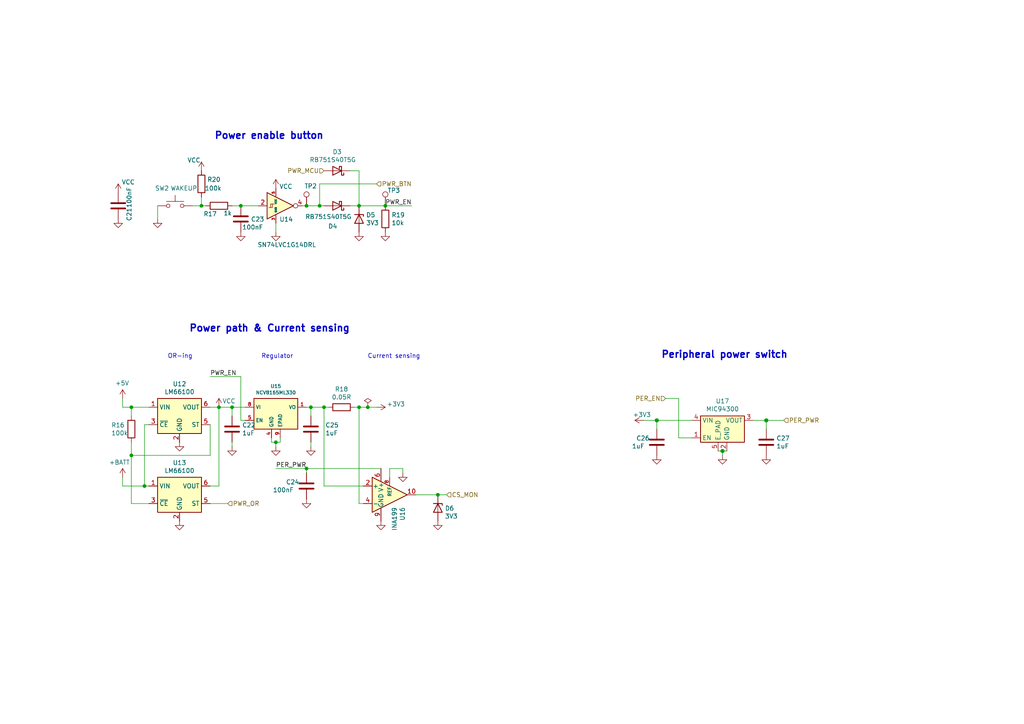
<source format=kicad_sch>
(kicad_sch (version 20201015) (generator eeschema)
  (paper "A4")
  (lib_symbols
    (symbol "74xGxx:SN74LVC1G14DRL"
      (property "Reference" "U" (at -2.54 5.08 0))
      (property "Value" "SN74LVC1G14DRL" (at 10.16 5.08 0))
      (symbol "SN74LVC1G14DRL_0_1"
        (circle (center 5.715 0) (radius 0.635))
        (polyline (pts (xy -1.016 0.508) (xy -0.508 0.508)))
        (polyline (pts (xy -2.54 3.81) (xy -2.54 -3.81) (xy 5.08 0) (xy -2.54 3.81)) (stroke (width 0.254)) (fill (type background)))
        (polyline (pts (xy -1.524 -0.508) (xy -1.524 0.508) (xy -1.016 0.508) (xy -1.016 -0.508) (xy -2.032 -0.508)))
      )
      (symbol "SN74LVC1G14DRL_1_1"
        (pin unconnected line (at 5.08 0 180) (length 2.54) hide (name "NC") (number "1"))
        (pin input line (at -5.08 0 0) (length 2.54) (name "~") (number "2"))
        (pin power_in line (at 0 -5.08 90) (length 2.54) (name "GND") (number "3"))
        (pin output line (at 7.62 0 180) (length 1.27) (name "~") (number "4"))
        (pin power_in line (at 0 5.08 270) (length 2.54) (name "VCC") (number "5"))
      )
    )
    (symbol "Connector:TestPoint" (pin_numbers hide) (pin_names (offset 0.762) hide)
      (property "Reference" "TP" (at 0 6.858 0))
      (property "Value" "TestPoint" (at 0 5.08 0))
      (symbol "TestPoint_0_1"
        (circle (center 0 3.302) (radius 0.762))
      )
      (symbol "TestPoint_1_1"
        (pin passive line (at 0 0 90) (length 2.54) (name "1") (number "1"))
      )
    )
    (symbol "Device:C" (pin_numbers hide) (pin_names (offset 0.254))
      (property "Reference" "C" (at 0.635 2.54 0))
      (property "Value" "C" (at 0.635 -2.54 0))
      (symbol "C_0_1"
        (polyline (pts (xy -2.032 -0.762) (xy 2.032 -0.762)) (stroke (width 0.508)))
        (polyline (pts (xy -2.032 0.762) (xy 2.032 0.762)) (stroke (width 0.508)))
      )
      (symbol "C_1_1"
        (pin passive line (at 0 3.81 270) (length 2.794) (name "~") (number "1"))
        (pin passive line (at 0 -3.81 90) (length 2.794) (name "~") (number "2"))
      )
    )
    (symbol "Device:D_Schottky" (pin_numbers hide) (pin_names (offset 1.016) hide)
      (property "Reference" "D" (at 0 2.54 0))
      (property "Value" "D_Schottky" (at 0 -2.54 0))
      (symbol "D_Schottky_0_1"
        (polyline (pts (xy 1.27 0) (xy -1.27 0)))
        (polyline (pts (xy 1.27 1.27) (xy 1.27 -1.27) (xy -1.27 0) (xy 1.27 1.27)) (stroke (width 0.254)))
        (polyline (pts (xy -1.905 0.635) (xy -1.905 1.27) (xy -1.27 1.27) (xy -1.27 -1.27) (xy -0.635 -1.27) (xy -0.635 -0.635)) (stroke (width 0.254)))
      )
      (symbol "D_Schottky_1_1"
        (pin passive line (at -3.81 0 0) (length 2.54) (name "K") (number "1"))
        (pin passive line (at 3.81 0 180) (length 2.54) (name "A") (number "2"))
      )
    )
    (symbol "Device:D_Zener" (pin_numbers hide) (pin_names (offset 1.016) hide)
      (property "Reference" "D" (at 0 2.54 0))
      (property "Value" "D_Zener" (at 0 -2.54 0))
      (symbol "D_Zener_0_1"
        (polyline (pts (xy 1.27 0) (xy -1.27 0)))
        (polyline (pts (xy -1.27 -1.27) (xy -1.27 1.27) (xy -0.762 1.27)) (stroke (width 0.254)))
        (polyline (pts (xy 1.27 -1.27) (xy 1.27 1.27) (xy -1.27 0) (xy 1.27 -1.27)) (stroke (width 0.254)))
      )
      (symbol "D_Zener_1_1"
        (pin passive line (at -3.81 0 0) (length 2.54) (name "K") (number "1"))
        (pin passive line (at 3.81 0 180) (length 2.54) (name "A") (number "2"))
      )
    )
    (symbol "Device:R" (pin_numbers hide) (pin_names (offset 0))
      (property "Reference" "R" (at 2.032 0 90))
      (property "Value" "R" (at 0 0 90))
      (symbol "R_0_1"
        (rectangle (start -1.016 -2.54) (end 1.016 2.54) (stroke (width 0.254)))
      )
      (symbol "R_1_1"
        (pin passive line (at 0 3.81 270) (length 1.27) (name "~") (number "1"))
        (pin passive line (at 0 -3.81 90) (length 1.27) (name "~") (number "2"))
      )
    )
    (symbol "Switch:SW_Push" (pin_numbers hide) (pin_names (offset 1.016) hide)
      (property "Reference" "SW" (at 1.27 2.54 0))
      (property "Value" "SW_Push" (at 0 -1.524 0))
      (symbol "SW_Push_0_1"
        (circle (center -2.032 0) (radius 0.508))
        (circle (center 2.032 0) (radius 0.508))
        (polyline (pts (xy 0 1.27) (xy 0 3.048)))
        (polyline (pts (xy 2.54 1.27) (xy -2.54 1.27)))
        (pin passive line (at -5.08 0 0) (length 2.54) (name "1") (number "1"))
        (pin passive line (at 5.08 0 180) (length 2.54) (name "2") (number "2"))
      )
    )
    (symbol "TCY_power_management:INA199" (pin_names (offset 0.127))
      (property "Reference" "U" (at 3.81 3.81 0))
      (property "Value" "INA199" (at 3.81 -3.81 0))
      (symbol "INA199_0_1"
        (polyline (pts (xy 5.08 0) (xy -5.08 5.08) (xy -5.08 -5.08) (xy 5.08 0)) (stroke (width 0.254)) (fill (type background)))
      )
      (symbol "INA199_1_1"
        (pin output line (at 7.62 0 180) (length 2.54) (name "~") (number "10"))
        (pin power_in line (at -2.54 -7.62 90) (length 3.81) (name "GND") (number "9"))
        (pin power_in line (at -2.54 7.62 270) (length 3.81) (name "V+") (number "6"))
        (pin input line (at -7.62 2.54 0) (length 2.54) (name "+") (number "2"))
        (pin input line (at -7.62 -2.54 0) (length 2.54) (name "-") (number "4"))
        (pin input line (at 0 5.08 270) (length 2.54) (name "REF") (number "8"))
        (pin input line (at -7.62 2.54 0) (length 2.54) hide (name "+") (number "3"))
        (pin input line (at -7.62 -2.54 0) (length 2.54) hide (name "-") (number "5"))
      )
    )
    (symbol "TCY_power_management:LM66100"
      (property "Reference" "U" (at 0 6.35 0))
      (property "Value" "LM66100" (at 0 8.89 0))
      (symbol "LM66100_0_1"
        (rectangle (start -6.35 5.08) (end 6.35 -5.08) (stroke (width 0.254)) (fill (type background)))
      )
      (symbol "LM66100_1_1"
        (pin power_in line (at -8.89 2.54 0) (length 2.54) (name "VIN") (number "1"))
        (pin passive line (at 0 -7.62 90) (length 2.54) (name "GND") (number "2"))
        (pin input line (at -8.89 -2.54 0) (length 2.54) (name "~CE") (number "3"))
        (pin output line (at 8.89 -2.54 180) (length 2.54) (name "ST") (number "5"))
        (pin power_out line (at 8.89 2.54 180) (length 2.54) (name "VOUT") (number "6"))
      )
    )
    (symbol "TCY_power_management:MIC94300"
      (property "Reference" "U" (at 8.89 7.62 0))
      (property "Value" "MIC94300" (at 0 7.62 0))
      (symbol "MIC94300_0_1"
        (rectangle (start -6.35 -3.81) (end 6.35 3.81) (stroke (width 0.254)) (fill (type background)))
      )
      (symbol "MIC94300_1_1"
        (pin passive line (at -8.89 -2.54 0) (length 2.54) (name "EN") (number "1"))
        (pin passive line (at -8.89 2.54 0) (length 2.54) (name "VIN") (number "4"))
        (pin passive line (at 1.27 -6.35 90) (length 2.54) (name "GND") (number "2"))
        (pin passive line (at 8.89 2.54 180) (length 2.54) (name "VOUT") (number "3"))
        (pin passive line (at -1.27 -6.35 90) (length 2.54) (name "E_PAD") (number "5"))
      )
    )
    (symbol "TCY_voltage_regulators:NCV8165ML330"
      (property "Reference" "U" (at -5.08 6.35 0))
      (property "Value" "NCV8165ML330" (at -3.81 6.35 0))
      (symbol "NCV8165ML330_0_1"
        (rectangle (start -6.35 5.08) (end 6.35 -3.81) (stroke (width 0.254)) (fill (type background)))
      )
      (symbol "NCV8165ML330_1_1"
        (pin passive line (at -1.27 -6.35 90) (length 2.54) (name "GND") (number "4"))
        (pin power_out line (at 8.89 2.54 180) (length 2.54) (name "VO") (number "1"))
        (pin power_in line (at -8.89 2.54 0) (length 2.54) (name "VI") (number "8"))
        (pin passive line (at 1.27 -6.35 90) (length 2.54) (name "EPAD") (number "9"))
        (pin input line (at -8.89 -1.27 0) (length 2.54) (name "EN") (number "5"))
      )
    )
    (symbol "power:+3V3" (power) (pin_names (offset 0))
      (property "Value" "+3V3" (at 0 3.556 0))
      (symbol "+3V3_0_1"
        (polyline (pts (xy -0.762 1.27) (xy 0 2.54)))
        (polyline (pts (xy 0 0) (xy 0 2.54)))
        (polyline (pts (xy 0 2.54) (xy 0.762 1.27)))
      )
      (symbol "+3V3_1_1"
        (pin power_in line (at 0 0 90) (length 0) hide (name "+3V3") (number "1"))
      )
    )
    (symbol "power:+5V" (power) (pin_names (offset 0))
      (property "Value" "+5V" (at 0 3.556 0))
      (symbol "+5V_0_1"
        (polyline (pts (xy -0.762 1.27) (xy 0 2.54)))
        (polyline (pts (xy 0 0) (xy 0 2.54)))
        (polyline (pts (xy 0 2.54) (xy 0.762 1.27)))
      )
      (symbol "+5V_1_1"
        (pin power_in line (at 0 0 90) (length 0) hide (name "+5V") (number "1"))
      )
    )
    (symbol "power:+BATT" (power) (pin_names (offset 0))
      (property "Value" "+BATT" (at 0 3.556 0))
      (symbol "+BATT_0_1"
        (polyline (pts (xy -0.762 1.27) (xy 0 2.54)))
        (polyline (pts (xy 0 0) (xy 0 2.54)))
        (polyline (pts (xy 0 2.54) (xy 0.762 1.27)))
      )
      (symbol "+BATT_1_1"
        (pin power_in line (at 0 0 90) (length 0) hide (name "+BATT") (number "1"))
      )
    )
    (symbol "power:GND" (power) (pin_names (offset 0))
      (property "Value" "GND" (at 0 -3.81 0))
      (symbol "GND_0_1"
        (polyline (pts (xy 0 0) (xy 0 -1.27) (xy 1.27 -1.27) (xy 0 -2.54) (xy -1.27 -1.27) (xy 0 -1.27)))
      )
      (symbol "GND_1_1"
        (pin power_in line (at 0 0 270) (length 0) hide (name "GND") (number "1"))
      )
    )
    (symbol "power:PWR_FLAG" (power) (pin_numbers hide) (pin_names (offset 0) hide)
      (property "Value" "PWR_FLAG" (at 0 3.81 0))
      (symbol "PWR_FLAG_0_0"
        (pin power_out line (at 0 0 90) (length 0) (name "pwr") (number "1"))
      )
      (symbol "PWR_FLAG_0_1"
        (polyline (pts (xy 0 0) (xy 0 1.27) (xy -1.016 1.905) (xy 0 2.54) (xy 1.016 1.905) (xy 0 1.27)))
      )
    )
    (symbol "power:VCC" (power) (pin_names (offset 0))
      (property "Value" "VCC" (at 0 3.81 0))
      (symbol "VCC_0_1"
        (polyline (pts (xy -0.762 1.27) (xy 0 2.54)))
        (polyline (pts (xy 0 0) (xy 0 2.54)))
        (polyline (pts (xy 0 2.54) (xy 0.762 1.27)))
      )
      (symbol "VCC_1_1"
        (pin power_in line (at 0 0 90) (length 0) hide (name "VCC") (number "1"))
      )
    )
  )
  (junction (at 38.1 118.11) (diameter 0.9144))
  (junction (at 38.1 132.08) (diameter 0.9144))
  (junction (at 41.91 140.97) (diameter 0.9144))
  (junction (at 58.42 59.69) (diameter 0.9144))
  (junction (at 63.5 118.11) (diameter 0.9144))
  (junction (at 67.31 118.11) (diameter 0.9144))
  (junction (at 69.85 59.69) (diameter 0.9144))
  (junction (at 80.01 128.27) (diameter 0.9144))
  (junction (at 88.9 59.69) (diameter 0.9144))
  (junction (at 88.9 135.89) (diameter 0.9144))
  (junction (at 90.17 118.11) (diameter 0.9144))
  (junction (at 92.71 59.69) (diameter 0.9144))
  (junction (at 93.98 118.11) (diameter 0.9144))
  (junction (at 104.14 59.69) (diameter 0.9144))
  (junction (at 104.14 118.11) (diameter 0.9144))
  (junction (at 106.68 118.11) (diameter 0.9144))
  (junction (at 111.76 59.69) (diameter 0.9144))
  (junction (at 127 143.51) (diameter 0.9144))
  (junction (at 190.5 121.92) (diameter 1.016))
  (junction (at 209.55 130.81) (diameter 1.016))
  (junction (at 222.25 121.92) (diameter 1.016))
  (wire (pts (xy 35.56 115.57) (xy 35.56 118.11)))
  (wire (pts (xy 35.56 118.11) (xy 38.1 118.11)))
  (wire (pts (xy 35.56 138.43) (xy 35.56 140.97)))
  (wire (pts (xy 35.56 140.97) (xy 41.91 140.97)))
  (wire (pts (xy 38.1 118.11) (xy 38.1 120.65)))
  (wire (pts (xy 38.1 118.11) (xy 43.18 118.11)))
  (wire (pts (xy 38.1 128.27) (xy 38.1 132.08)))
  (wire (pts (xy 38.1 132.08) (xy 38.1 146.05)))
  (wire (pts (xy 38.1 132.08) (xy 60.96 132.08)))
  (wire (pts (xy 38.1 146.05) (xy 43.18 146.05)))
  (wire (pts (xy 41.91 123.19) (xy 41.91 140.97)))
  (wire (pts (xy 41.91 140.97) (xy 43.18 140.97)))
  (wire (pts (xy 43.18 123.19) (xy 41.91 123.19)))
  (wire (pts (xy 45.72 59.69) (xy 45.72 63.5)))
  (wire (pts (xy 55.88 59.69) (xy 58.42 59.69)))
  (wire (pts (xy 58.42 57.15) (xy 58.42 59.69)))
  (wire (pts (xy 58.42 59.69) (xy 59.69 59.69)))
  (wire (pts (xy 60.96 109.22) (xy 69.85 109.22)))
  (wire (pts (xy 60.96 118.11) (xy 63.5 118.11)))
  (wire (pts (xy 60.96 132.08) (xy 60.96 123.19)))
  (wire (pts (xy 60.96 140.97) (xy 63.5 140.97)))
  (wire (pts (xy 60.96 146.05) (xy 66.04 146.05)))
  (wire (pts (xy 63.5 118.11) (xy 67.31 118.11)))
  (wire (pts (xy 63.5 140.97) (xy 63.5 118.11)))
  (wire (pts (xy 67.31 59.69) (xy 69.85 59.69)))
  (wire (pts (xy 67.31 118.11) (xy 67.31 120.65)))
  (wire (pts (xy 67.31 118.11) (xy 71.12 118.11)))
  (wire (pts (xy 67.31 128.27) (xy 67.31 129.54)))
  (wire (pts (xy 69.85 59.69) (xy 74.93 59.69)))
  (wire (pts (xy 69.85 121.92) (xy 69.85 109.22)))
  (wire (pts (xy 71.12 121.92) (xy 69.85 121.92)))
  (wire (pts (xy 78.74 127) (xy 78.74 128.27)))
  (wire (pts (xy 78.74 128.27) (xy 80.01 128.27)))
  (wire (pts (xy 80.01 64.77) (xy 80.01 67.31)))
  (wire (pts (xy 80.01 128.27) (xy 80.01 129.54)))
  (wire (pts (xy 80.01 128.27) (xy 81.28 128.27)))
  (wire (pts (xy 80.01 135.89) (xy 88.9 135.89)))
  (wire (pts (xy 81.28 128.27) (xy 81.28 127)))
  (wire (pts (xy 87.63 59.69) (xy 88.9 59.69)))
  (wire (pts (xy 88.9 59.69) (xy 92.71 59.69)))
  (wire (pts (xy 88.9 118.11) (xy 90.17 118.11)))
  (wire (pts (xy 88.9 135.89) (xy 88.9 137.16)))
  (wire (pts (xy 88.9 135.89) (xy 110.49 135.89)))
  (wire (pts (xy 90.17 118.11) (xy 90.17 120.65)))
  (wire (pts (xy 90.17 118.11) (xy 93.98 118.11)))
  (wire (pts (xy 90.17 128.27) (xy 90.17 129.54)))
  (wire (pts (xy 92.71 53.34) (xy 92.71 59.69)))
  (wire (pts (xy 92.71 53.34) (xy 109.22 53.34)))
  (wire (pts (xy 92.71 59.69) (xy 93.98 59.69)))
  (wire (pts (xy 93.98 118.11) (xy 93.98 140.97)))
  (wire (pts (xy 93.98 118.11) (xy 95.25 118.11)))
  (wire (pts (xy 93.98 140.97) (xy 105.41 140.97)))
  (wire (pts (xy 101.6 49.53) (xy 104.14 49.53)))
  (wire (pts (xy 101.6 59.69) (xy 104.14 59.69)))
  (wire (pts (xy 102.87 118.11) (xy 104.14 118.11)))
  (wire (pts (xy 104.14 49.53) (xy 104.14 59.69)))
  (wire (pts (xy 104.14 59.69) (xy 111.76 59.69)))
  (wire (pts (xy 104.14 118.11) (xy 104.14 146.05)))
  (wire (pts (xy 104.14 118.11) (xy 106.68 118.11)))
  (wire (pts (xy 105.41 146.05) (xy 104.14 146.05)))
  (wire (pts (xy 106.68 118.11) (xy 109.22 118.11)))
  (wire (pts (xy 113.03 135.89) (xy 116.84 135.89)))
  (wire (pts (xy 113.03 138.43) (xy 113.03 135.89)))
  (wire (pts (xy 116.84 135.89) (xy 116.84 137.16)))
  (wire (pts (xy 119.38 59.69) (xy 111.76 59.69)))
  (wire (pts (xy 120.65 143.51) (xy 127 143.51)))
  (wire (pts (xy 127 143.51) (xy 129.54 143.51)))
  (wire (pts (xy 186.69 121.92) (xy 190.5 121.92)))
  (wire (pts (xy 190.5 121.92) (xy 190.5 124.46)))
  (wire (pts (xy 190.5 121.92) (xy 200.66 121.92)))
  (wire (pts (xy 193.04 115.57) (xy 196.85 115.57)))
  (wire (pts (xy 196.85 127) (xy 196.85 115.57)))
  (wire (pts (xy 200.66 127) (xy 196.85 127)))
  (wire (pts (xy 208.28 130.81) (xy 209.55 130.81)))
  (wire (pts (xy 209.55 130.81) (xy 209.55 132.08)))
  (wire (pts (xy 209.55 130.81) (xy 210.82 130.81)))
  (wire (pts (xy 218.44 121.92) (xy 222.25 121.92)))
  (wire (pts (xy 222.25 121.92) (xy 222.25 124.46)))
  (wire (pts (xy 222.25 121.92) (xy 227.33 121.92)))
  (text "OR-ing" (at 55.88 104.14 180) (effects (font (size 1.27 1.27)) (justify right bottom)))
  (text "Regulator" (at 85.09 104.14 180) (effects (font (size 1.27 1.27)) (justify right bottom)))
  (text "Power enable button" (at 93.98 40.64 180) (effects (font (size 2 2) (thickness 0.4) bold) (justify right bottom)))
  (text "Power path & Current sensing" (at 101.6 96.52 180) (effects (font (size 2 2) (thickness 0.4) bold) (justify right bottom)))
  (text "Current sensing" (at 121.92 104.14 180) (effects (font (size 1.27 1.27)) (justify right bottom)))
  (text "Peripheral power switch" (at 228.6 104.14 180) (effects (font (size 2 2) (thickness 0.4) bold) (justify right bottom)))
  (label "PWR_EN" (at 60.96 109.22 0))
  (label "PER_PWR" (at 80.01 135.89 0))
  (label "PWR_EN" (at 119.38 59.69 180))
  (hierarchical_label "PWR_OR" (shape input) (at 66.04 146.05 0))
  (hierarchical_label "PWR_MCU" (shape input) (at 93.98 49.53 180))
  (hierarchical_label "PWR_BTN" (shape input) (at 109.22 53.34 0))
  (hierarchical_label "CS_MON" (shape input) (at 129.54 143.51 0))
  (hierarchical_label "PER_EN" (shape input) (at 193.04 115.57 180))
  (hierarchical_label "PER_PWR" (shape input) (at 227.33 121.92 0))
  (symbol (lib_id "power:PWR_FLAG") (at 106.68 118.11 0) (unit 1)
    (property "Reference" "#FLG0105" (effects hide))
    (property "Value" "PWR_FLAG" (effects hide))
  )
  (symbol (lib_id "Connector:TestPoint") (at 88.9 59.69 0) (unit 1)
    (property "Reference" "TP2" (at 88.265 53.975 0) (effects (justify left)))
    (property "Value" "TestPoint" (effects hide))
    (property "Footprint" "TCY_connectors:TestPoint_Pad_D0.5mm" (effects hide))
  )
  (symbol (lib_id "Connector:TestPoint") (at 111.76 59.69 0) (unit 1)
    (property "Reference" "TP3" (at 112.395 55.245 0) (effects (justify left)))
    (property "Value" "TestPoint" (effects hide))
    (property "Footprint" "TCY_connectors:TestPoint_Pad_D0.5mm" (effects hide))
  )
  (symbol (lib_id "power:VCC") (at 34.29 55.88 0) (unit 1)
    (property "Reference" "#PWR0180" (effects hide))
    (property "Value" "VCC" (at 37.1983 52.8256 0))
  )
  (symbol (lib_id "power:+5V") (at 35.56 115.57 0) (unit 1)
    (property "Reference" "#PWR0167" (effects hide))
    (property "Value" "+5V" (at 33.3883 111.1249 0) (effects (justify left)))
  )
  (symbol (lib_id "power:+BATT") (at 35.56 138.43 0) (unit 1)
    (property "Reference" "#PWR0168" (effects hide))
    (property "Value" "+BATT" (at 34.6583 134.1056 0))
  )
  (symbol (lib_id "power:VCC") (at 58.42 49.53 0) (unit 1)
    (property "Reference" "#PWR0196" (effects hide))
    (property "Value" "VCC" (at 56.2483 46.4756 0))
  )
  (symbol (lib_id "power:VCC") (at 63.5 118.11 0) (unit 1)
    (property "Reference" "#PWR0175" (effects hide))
    (property "Value" "VCC" (at 66.4083 116.3256 0))
  )
  (symbol (lib_id "power:VCC") (at 80.01 54.61 0) (unit 1)
    (property "Reference" "#PWR0183" (effects hide))
    (property "Value" "VCC" (at 82.9183 54.0956 0))
  )
  (symbol (lib_id "power:+3V3") (at 109.22 118.11 270) (unit 1)
    (property "Reference" "#PWR0188" (effects hide))
    (property "Value" "+3V3" (at 114.8144 117.2083 90))
  )
  (symbol (lib_id "power:+3V3") (at 186.69 121.92 90) (unit 1)
    (property "Reference" "#PWR0184" (effects hide))
    (property "Value" "+3V3" (at 186.1756 120.2817 90))
  )
  (symbol (lib_id "power:GND") (at 34.29 63.5 0) (unit 1)
    (property "Reference" "#PWR0181" (effects hide))
    (property "Value" "GND" (effects hide))
  )
  (symbol (lib_id "power:GND") (at 45.72 63.5 0) (unit 1)
    (property "Reference" "#PWR0182" (effects hide))
    (property "Value" "GND" (effects hide))
  )
  (symbol (lib_id "power:GND") (at 52.07 128.27 0) (unit 1)
    (property "Reference" "#PWR0169" (effects hide))
    (property "Value" "GND" (effects hide))
  )
  (symbol (lib_id "power:GND") (at 52.07 151.13 0) (unit 1)
    (property "Reference" "#PWR0173" (effects hide))
    (property "Value" "GND" (effects hide))
  )
  (symbol (lib_id "power:GND") (at 67.31 129.54 0) (unit 1)
    (property "Reference" "#PWR0174" (effects hide))
    (property "Value" "GND" (effects hide))
  )
  (symbol (lib_id "power:GND") (at 69.85 67.31 0) (unit 1)
    (property "Reference" "#PWR0179" (effects hide))
    (property "Value" "GND" (effects hide))
  )
  (symbol (lib_id "power:GND") (at 80.01 67.31 0) (unit 1)
    (property "Reference" "#PWR0178" (effects hide))
    (property "Value" "GND" (effects hide))
  )
  (symbol (lib_id "power:GND") (at 80.01 129.54 0) (unit 1)
    (property "Reference" "#PWR0172" (effects hide))
    (property "Value" "GND" (effects hide))
  )
  (symbol (lib_id "power:GND") (at 88.9 144.78 0) (unit 1)
    (property "Reference" "#PWR0171" (effects hide))
    (property "Value" "GND" (effects hide))
  )
  (symbol (lib_id "power:GND") (at 90.17 129.54 0) (unit 1)
    (property "Reference" "#PWR0170" (effects hide))
    (property "Value" "GND" (effects hide))
  )
  (symbol (lib_id "power:GND") (at 104.14 67.31 0) (unit 1)
    (property "Reference" "#PWR0176" (effects hide))
    (property "Value" "GND" (effects hide))
  )
  (symbol (lib_id "power:GND") (at 110.49 151.13 0) (unit 1)
    (property "Reference" "#PWR0189" (effects hide))
    (property "Value" "GND" (effects hide))
  )
  (symbol (lib_id "power:GND") (at 111.76 67.31 0) (unit 1)
    (property "Reference" "#PWR0177" (effects hide))
    (property "Value" "GND" (effects hide))
  )
  (symbol (lib_id "power:GND") (at 116.84 137.16 0) (unit 1)
    (property "Reference" "#PWR0190" (effects hide))
    (property "Value" "GND" (effects hide))
  )
  (symbol (lib_id "power:GND") (at 127 151.13 0) (unit 1)
    (property "Reference" "#PWR0191" (effects hide))
    (property "Value" "GND" (effects hide))
  )
  (symbol (lib_id "power:GND") (at 190.5 132.08 0) (unit 1)
    (property "Reference" "#PWR0186" (effects hide))
    (property "Value" "GND" (effects hide))
  )
  (symbol (lib_id "power:GND") (at 209.55 132.08 0) (unit 1)
    (property "Reference" "#PWR0185" (effects hide))
    (property "Value" "GND" (effects hide))
  )
  (symbol (lib_id "power:GND") (at 222.25 132.08 0) (unit 1)
    (property "Reference" "#PWR0187" (effects hide))
    (property "Value" "GND" (effects hide))
  )
  (symbol (lib_id "Device:R") (at 38.1 124.46 0) (unit 1)
    (property "Reference" "R16" (at 32.2581 123.3106 0) (effects (justify left)))
    (property "Value" "100k" (at 32.258 125.609 0) (effects (justify left)))
    (property "Footprint" "Resistor_SMD:R_0603_1608Metric" (effects hide))
  )
  (symbol (lib_id "Device:R") (at 58.42 53.34 0) (unit 1)
    (property "Reference" "R20" (at 62.0522 52.07 0))
    (property "Value" "100k" (at 61.824 54.61 0))
    (property "Footprint" "Resistor_SMD:R_0603_1608Metric" (effects hide))
  )
  (symbol (lib_id "Device:R") (at 63.5 59.69 270) (unit 1)
    (property "Reference" "R17" (at 60.96 62.0522 90))
    (property "Value" "1k" (at 66.04 61.8236 90))
    (property "Footprint" "Resistor_SMD:R_0603_1608Metric" (effects hide))
  )
  (symbol (lib_id "Device:R") (at 99.06 118.11 90) (unit 1)
    (property "Reference" "R18" (at 99.06 112.8838 90))
    (property "Value" "0.05R" (at 99.06 115.183 90))
    (property "Footprint" "Resistor_SMD:R_0603_1608Metric" (effects hide))
  )
  (symbol (lib_id "Device:R") (at 111.76 63.5 0) (unit 1)
    (property "Reference" "R19" (at 113.5381 62.3506 0) (effects (justify left)))
    (property "Value" "10k" (at 113.538 64.649 0) (effects (justify left)))
    (property "Footprint" "Resistor_SMD:R_0603_1608Metric" (effects hide))
  )
  (symbol (lib_id "Device:D_Schottky") (at 97.79 49.53 180) (unit 1)
    (property "Reference" "D3" (at 97.79 44.0498 0))
    (property "Value" "RB751S40T5G" (at 96.52 46.349 0))
    (property "Footprint" "Diode_SMD:D_SOD-523" (effects hide))
  )
  (symbol (lib_id "Device:D_Schottky") (at 97.79 59.69 180) (unit 1)
    (property "Reference" "D4" (at 96.52 65.6398 0))
    (property "Value" "RB751S40T5G" (at 95.25 62.858 0))
    (property "Footprint" "Diode_SMD:D_SOD-523" (effects hide))
  )
  (symbol (lib_id "Device:D_Zener") (at 104.14 63.5 270) (unit 1)
    (property "Reference" "D5" (at 106.1721 62.3506 90) (effects (justify left)))
    (property "Value" "3V3" (at 106.172 64.649 90) (effects (justify left)))
    (property "Footprint" "Diode_SMD:D_SOD-523" (effects hide))
  )
  (symbol (lib_id "Device:D_Zener") (at 127 147.32 270) (unit 1)
    (property "Reference" "D6" (at 129.0321 147.4406 90) (effects (justify left)))
    (property "Value" "3V3" (at 129.032 149.739 90) (effects (justify left)))
    (property "Footprint" "Diode_SMD:D_SOD-523" (effects hide))
  )
  (symbol (lib_id "Device:C") (at 34.29 59.69 0) (unit 1)
    (property "Reference" "C21" (at 37.465 64.135 90) (effects (justify left)))
    (property "Value" "100nF" (at 37.465 60.325 90) (effects (justify left)))
    (property "Footprint" "Capacitor_SMD:C_0603_1608Metric" (effects hide))
  )
  (symbol (lib_id "Device:C") (at 67.31 124.46 0) (unit 1)
    (property "Reference" "C22" (at 70.2311 123.3106 0) (effects (justify left)))
    (property "Value" "1uF" (at 70.231 125.609 0) (effects (justify left)))
    (property "Footprint" "Capacitor_SMD:C_0603_1608Metric" (effects hide))
  )
  (symbol (lib_id "Device:C") (at 69.85 63.5 0) (unit 1)
    (property "Reference" "C23" (at 72.771 63.6016 0) (effects (justify left)))
    (property "Value" "100nF" (at 70.231 65.913 0) (effects (justify left)))
    (property "Footprint" "Capacitor_SMD:C_0603_1608Metric" (effects hide))
  )
  (symbol (lib_id "Device:C") (at 88.9 140.97 0) (unit 1)
    (property "Reference" "C24" (at 82.9311 139.8206 0) (effects (justify left)))
    (property "Value" "100nF" (at 79.121 142.119 0) (effects (justify left)))
    (property "Footprint" "Capacitor_SMD:C_0603_1608Metric" (effects hide))
  )
  (symbol (lib_id "Device:C") (at 90.17 124.46 0) (unit 1)
    (property "Reference" "C25" (at 94.3611 123.3106 0) (effects (justify left)))
    (property "Value" "1uF" (at 94.361 125.609 0) (effects (justify left)))
    (property "Footprint" "Capacitor_SMD:C_0603_1608Metric" (effects hide))
  )
  (symbol (lib_id "Device:C") (at 190.5 128.27 0) (unit 1)
    (property "Reference" "C26" (at 184.5311 127.1206 0) (effects (justify left)))
    (property "Value" "1uF" (at 183.261 129.419 0) (effects (justify left)))
    (property "Footprint" "Capacitor_SMD:C_0603_1608Metric" (effects hide))
  )
  (symbol (lib_id "Device:C") (at 222.25 128.27 0) (unit 1)
    (property "Reference" "C27" (at 225.1711 127.1206 0) (effects (justify left)))
    (property "Value" "1uF" (at 225.171 129.419 0) (effects (justify left)))
    (property "Footprint" "Capacitor_SMD:C_0603_1608Metric" (effects hide))
  )
  (symbol (lib_id "Switch:SW_Push") (at 50.8 59.69 0) (unit 1)
    (property "Reference" "SW2" (at 46.99 54.61 0))
    (property "Value" "WAKEUP" (at 53.34 54.61 0))
    (property "Footprint" "TCY_buttons_switches:EVQ-P7J01P" (effects hide))
  )
  (symbol (lib_id "74xGxx:SN74LVC1G14DRL") (at 80.01 59.69 0) (unit 1)
    (property "Reference" "U14" (at 81.0261 63.6206 0) (effects (justify left)))
    (property "Value" "SN74LVC1G14DRL" (at 74.6761 70.9993 0) (effects (justify left)))
    (property "Footprint" "Package_TO_SOT_SMD:SOT-553" (effects hide))
    (property "Datasheet" "http://www.ti.com/lit/ds/symlink/sn74lvc1g14.pdf" (effects hide))
  )
  (symbol (lib_id "TCY_power_management:MIC94300") (at 209.55 124.46 0) (unit 1)
    (property "Reference" "U17" (at 209.55 116.3382 0))
    (property "Value" "MIC94300" (at 209.55 118.6369 0))
    (property "Footprint" "TCY_IC:MLF-4_1.2x1.6mm_P0.5_1EP_0.85x0.5mm" (effects hide))
    (property "Datasheet" "https://cz.mouser.com/datasheet/2/268/MIC94305-1076823.pdf" (effects hide))
  )
  (symbol (lib_id "TCY_voltage_regulators:NCV8165ML330") (at 80.01 120.65 0) (unit 1)
    (property "Reference" "U15" (at 80.01 112.0119 0) (effects (font (size 1 1))))
    (property "Value" "NCV8165ML330" (at 80.01 113.8759 0) (effects (font (size 1 1))))
    (property "Footprint" "Package_DFN_QFN:DFN-8-1EP_3x3mm_P0.65mm_EP1.55x2.4mm" (effects hide))
    (property "Datasheet" "https://www.onsemi.com/pub/Collateral/NCV8165-D.PDF" (effects hide))
  )
  (symbol (lib_id "TCY_power_management:LM66100") (at 52.07 120.65 0) (unit 1)
    (property "Reference" "U12" (at 52.07 111.3598 0))
    (property "Value" "LM66100" (at 52.07 113.6585 0))
    (property "Footprint" "Package_TO_SOT_SMD:SOT-363_SC-70-6" (effects hide))
    (property "Datasheet" "https://www.ti.com/lit/ds/symlink/lm66100.pdf?ts=1611216893994&ref_url=https%253A%252F%252Fwww.google.com%252F" (effects hide))
  )
  (symbol (lib_id "TCY_power_management:LM66100") (at 52.07 143.51 0) (unit 1)
    (property "Reference" "U13" (at 52.07 134.2198 0))
    (property "Value" "LM66100" (at 52.07 136.5185 0))
    (property "Footprint" "Package_TO_SOT_SMD:SOT-363_SC-70-6" (effects hide))
    (property "Datasheet" "https://www.ti.com/lit/ds/symlink/lm66100.pdf?ts=1611216893994&ref_url=https%253A%252F%252Fwww.google.com%252F" (effects hide))
  )
  (symbol (lib_id "TCY_power_management:INA199") (at 113.03 143.51 0) (unit 1)
    (property "Reference" "U16" (at 116.7194 147.0661 90) (effects (justify right)))
    (property "Value" "INA199" (at 114.4207 147.0661 90) (effects (justify right)))
    (property "Footprint" "Package_DFN_QFN:UQFN-10_1.4x1.8mm_P0.4mm" (effects hide))
    (property "Datasheet" "https://www.ti.com/lit/ds/symlink/ina199.pdf" (effects hide))
  )
)
</source>
